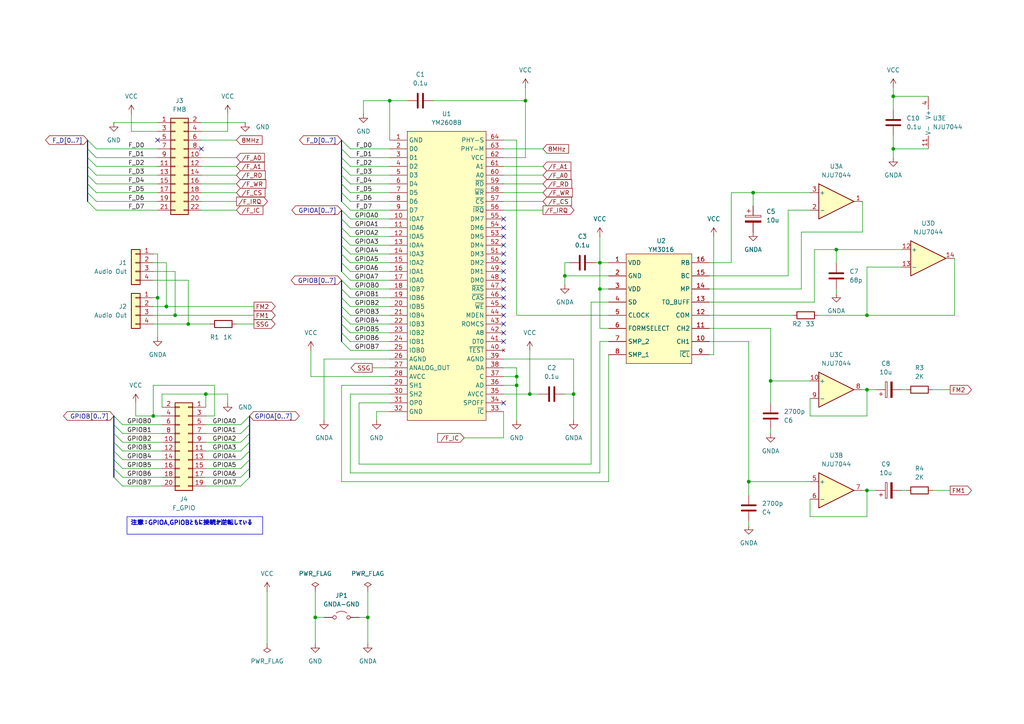
<source format=kicad_sch>
(kicad_sch (version 20231120) (generator "eeschema") (generator_version "8.0")
  (paper "A4")
  (title_block (title "YM2608 (OPNA) Board") (date "2024-10-13") (rev "2.0") (company "46nori"))
  (junction (at 106.68 179.07))
  (junction (at 149.86 111.76))
  (junction (at 173.99 76.2))
  (junction (at 44.45 120.65))
  (junction (at 50.8 91.44))
  (junction (at 153.67 114.3))
  (junction (at 173.99 83.82))
  (junction (at 251.46 91.44))
  (junction (at 152.4 29.21))
  (junction (at 45.72 86.36))
  (junction (at 242.57 72.39))
  (junction (at 91.44 179.07))
  (junction (at 163.83 80.01))
  (junction (at 259.08 27.94))
  (junction (at 218.44 55.88))
  (junction (at 113.03 29.21))
  (junction (at 217.17 139.7))
  (junction (at 259.08 43.18))
  (junction (at 223.52 110.49))
  (junction (at 251.46 113.03))
  (junction (at 251.46 142.24))
  (junction (at 48.26 88.9))
  (junction (at 149.86 109.22))
  (junction (at 166.37 114.3))
  (junction (at 54.61 93.98))
  (junction (at 59.69 114.3))
  (no_connect (at 146.05 81.28))
  (no_connect (at 146.05 91.44))
  (no_connect (at 146.05 116.84))
  (no_connect (at 146.05 66.04))
  (no_connect (at 146.05 73.66))
  (no_connect (at 45.72 40.64))
  (no_connect (at 146.05 83.82))
  (no_connect (at 146.05 93.98))
  (no_connect (at 146.05 96.52))
  (no_connect (at 58.42 43.18))
  (no_connect (at 146.05 76.2))
  (no_connect (at 146.05 86.36))
  (no_connect (at 146.05 78.74))
  (no_connect (at 146.05 68.58))
  (no_connect (at 146.05 63.5))
  (no_connect (at 146.05 88.9))
  (no_connect (at 146.05 99.06))
  (no_connect (at 146.05 71.12))
  (bus_entry (at 72.39 133.35) (size -2.54 2.54))
  (bus_entry (at 72.39 138.43) (size -2.54 2.54))
  (bus_entry (at 99.06 73.66) (size 2.54 2.54))
  (bus_entry (at 27.94 45.72) (size -2.54 -2.54))
  (bus_entry (at 99.06 99.06) (size 2.54 2.54))
  (bus_entry (at 99.06 66.04) (size 2.54 2.54))
  (bus_entry (at 99.06 83.82) (size 2.54 2.54))
  (bus_entry (at 72.39 135.89) (size -2.54 2.54))
  (bus_entry (at 33.02 130.81) (size 2.54 2.54))
  (bus_entry (at 33.02 123.19) (size 2.54 2.54))
  (bus_entry (at 99.06 55.88) (size 2.54 2.54))
  (bus_entry (at 33.02 135.89) (size 2.54 2.54))
  (bus_entry (at 33.02 128.27) (size 2.54 2.54))
  (bus_entry (at 99.06 63.5) (size 2.54 2.54))
  (bus_entry (at 99.06 40.64) (size 2.54 2.54))
  (bus_entry (at 72.39 123.19) (size -2.54 2.54))
  (bus_entry (at 99.06 48.26) (size 2.54 2.54))
  (bus_entry (at 99.06 78.74) (size 2.54 2.54))
  (bus_entry (at 27.94 50.8) (size -2.54 -2.54))
  (bus_entry (at 99.06 91.44) (size 2.54 2.54))
  (bus_entry (at 99.06 81.28) (size 2.54 2.54))
  (bus_entry (at 99.06 93.98) (size 2.54 2.54))
  (bus_entry (at 27.94 43.18) (size -2.54 -2.54))
  (bus_entry (at 33.02 120.65) (size 2.54 2.54))
  (bus_entry (at 27.94 48.26) (size -2.54 -2.54))
  (bus_entry (at 72.39 128.27) (size -2.54 2.54))
  (bus_entry (at 99.06 50.8) (size 2.54 2.54))
  (bus_entry (at 99.06 60.96) (size 2.54 2.54))
  (bus_entry (at 99.06 45.72) (size 2.54 2.54))
  (bus_entry (at 72.39 130.81) (size -2.54 2.54))
  (bus_entry (at 27.94 53.34) (size -2.54 -2.54))
  (bus_entry (at 27.94 60.96) (size -2.54 -2.54))
  (bus_entry (at 99.06 86.36) (size 2.54 2.54))
  (bus_entry (at 27.94 58.42) (size -2.54 -2.54))
  (bus_entry (at 33.02 138.43) (size 2.54 2.54))
  (bus_entry (at 99.06 68.58) (size 2.54 2.54))
  (bus_entry (at 27.94 55.88) (size -2.54 -2.54))
  (bus_entry (at 99.06 96.52) (size 2.54 2.54))
  (bus_entry (at 99.06 76.2) (size 2.54 2.54))
  (bus_entry (at 33.02 133.35) (size 2.54 2.54))
  (bus_entry (at 33.02 125.73) (size 2.54 2.54))
  (bus_entry (at 99.06 43.18) (size 2.54 2.54))
  (bus_entry (at 99.06 58.42) (size 2.54 2.54))
  (bus_entry (at 99.06 88.9) (size 2.54 2.54))
  (bus_entry (at 72.39 120.65) (size -2.54 2.54))
  (bus_entry (at 99.06 53.34) (size 2.54 2.54))
  (bus_entry (at 99.06 71.12) (size 2.54 2.54))
  (bus_entry (at 72.39 125.73) (size -2.54 2.54))
  (wire (pts (xy 173.99 99.06) (xy 173.99 137.16)))
  (bus (pts (xy 99.06 73.66) (xy 99.06 71.12)))
  (wire (pts (xy 101.6 93.98) (xy 113.03 93.98)))
  (bus (pts (xy 99.06 53.34) (xy 99.06 50.8)))
  (wire (pts (xy 45.72 38.1) (xy 38.1 38.1)))
  (wire (pts (xy 101.6 45.72) (xy 113.03 45.72)))
  (wire (pts (xy 91.44 179.07) (xy 91.44 186.69)))
  (wire (pts (xy 104.14 179.07) (xy 106.68 179.07)))
  (wire (pts (xy 27.94 43.18) (xy 45.72 43.18)))
  (wire (pts (xy 101.6 83.82) (xy 113.03 83.82)))
  (wire (pts (xy 58.42 45.72) (xy 68.58 45.72)))
  (wire (pts (xy 205.74 83.82) (xy 232.41 83.82)))
  (wire (pts (xy 62.23 120.65) (xy 62.23 111.76)))
  (wire (pts (xy 146.05 106.68) (xy 149.86 106.68)))
  (wire (pts (xy 93.98 104.14) (xy 113.03 104.14)))
  (bus (pts (xy 25.4 53.34) (xy 25.4 55.88)))
  (wire (pts (xy 101.6 48.26) (xy 113.03 48.26)))
  (wire (pts (xy 146.05 109.22) (xy 149.86 109.22)))
  (bus (pts (xy 33.02 123.19) (xy 33.02 120.65)))
  (bus (pts (xy 99.06 45.72) (xy 99.06 43.18)))
  (wire (pts (xy 106.68 171.45) (xy 106.68 179.07)))
  (wire (pts (xy 106.68 179.07) (xy 106.68 186.69)))
  (wire (pts (xy 105.41 29.21) (xy 113.03 29.21)))
  (wire (pts (xy 59.69 133.35) (xy 69.85 133.35)))
  (bus (pts (xy 72.39 130.81) (xy 72.39 128.27)))
  (bus (pts (xy 99.06 50.8) (xy 99.06 48.26)))
  (wire (pts (xy 207.01 102.87) (xy 205.74 102.87)))
  (wire (pts (xy 46.99 114.3) (xy 46.99 118.11)))
  (wire (pts (xy 44.45 91.44) (xy 50.8 91.44)))
  (wire (pts (xy 270.51 142.24) (xy 275.59 142.24)))
  (bus (pts (xy 33.02 130.81) (xy 33.02 128.27)))
  (wire (pts (xy 101.6 50.8) (xy 113.03 50.8)))
  (wire (pts (xy 58.42 35.56) (xy 71.12 35.56)))
  (wire (pts (xy 59.69 114.3) (xy 59.69 118.11)))
  (wire (pts (xy 173.99 76.2) (xy 176.53 76.2)))
  (bus (pts (xy 33.02 125.73) (xy 33.02 123.19)))
  (bus (pts (xy 72.39 128.27) (xy 72.39 125.73)))
  (wire (pts (xy 62.23 111.76) (xy 44.45 111.76)))
  (wire (pts (xy 44.45 111.76) (xy 44.45 120.65)))
  (wire (pts (xy 163.83 80.01) (xy 163.83 76.2)))
  (wire (pts (xy 59.69 128.27) (xy 69.85 128.27)))
  (wire (pts (xy 228.6 60.96) (xy 234.95 60.96)))
  (wire (pts (xy 66.04 114.3) (xy 59.69 114.3)))
  (wire (pts (xy 217.17 99.06) (xy 217.17 139.7)))
  (wire (pts (xy 58.42 50.8) (xy 68.58 50.8)))
  (bus (pts (xy 99.06 96.52) (xy 99.06 93.98)))
  (wire (pts (xy 223.52 110.49) (xy 234.95 110.49)))
  (bus (pts (xy 99.06 88.9) (xy 99.06 86.36)))
  (wire (pts (xy 101.6 60.96) (xy 113.03 60.96)))
  (wire (pts (xy 237.49 91.44) (xy 251.46 91.44)))
  (bus (pts (xy 99.06 86.36) (xy 99.06 83.82)))
  (wire (pts (xy 91.44 171.45) (xy 91.44 179.07)))
  (bus (pts (xy 25.4 48.26) (xy 25.4 50.8)))
  (wire (pts (xy 101.6 68.58) (xy 113.03 68.58)))
  (wire (pts (xy 101.6 81.28) (xy 113.03 81.28)))
  (wire (pts (xy 172.72 76.2) (xy 173.99 76.2)))
  (wire (pts (xy 35.56 140.97) (xy 46.99 140.97)))
  (wire (pts (xy 101.6 58.42) (xy 113.03 58.42)))
  (wire (pts (xy 205.74 99.06) (xy 217.17 99.06)))
  (bus (pts (xy 25.4 50.8) (xy 25.4 53.34)))
  (wire (pts (xy 35.56 128.27) (xy 46.99 128.27)))
  (wire (pts (xy 104.14 116.84) (xy 113.03 116.84)))
  (wire (pts (xy 27.94 58.42) (xy 45.72 58.42)))
  (wire (pts (xy 236.22 87.63) (xy 205.74 87.63)))
  (wire (pts (xy 146.05 45.72) (xy 152.4 45.72)))
  (wire (pts (xy 269.24 27.94) (xy 259.08 27.94)))
  (wire (pts (xy 259.08 25.4) (xy 259.08 27.94)))
  (wire (pts (xy 45.72 73.66) (xy 45.72 86.36)))
  (wire (pts (xy 251.46 149.86) (xy 234.95 149.86)))
  (bus (pts (xy 99.06 99.06) (xy 99.06 96.52)))
  (wire (pts (xy 205.74 95.25) (xy 223.52 95.25)))
  (wire (pts (xy 27.94 48.26) (xy 45.72 48.26)))
  (wire (pts (xy 101.6 55.88) (xy 113.03 55.88)))
  (wire (pts (xy 157.48 43.18) (xy 146.05 43.18)))
  (wire (pts (xy 44.45 78.74) (xy 50.8 78.74)))
  (wire (pts (xy 228.6 60.96) (xy 228.6 80.01)))
  (wire (pts (xy 146.05 111.76) (xy 149.86 111.76)))
  (wire (pts (xy 173.99 83.82) (xy 173.99 95.25)))
  (wire (pts (xy 101.6 73.66) (xy 113.03 73.66)))
  (wire (pts (xy 99.06 139.7) (xy 99.06 111.76)))
  (wire (pts (xy 251.46 77.47) (xy 251.46 91.44)))
  (wire (pts (xy 33.02 35.56) (xy 45.72 35.56)))
  (wire (pts (xy 101.6 43.18) (xy 113.03 43.18)))
  (bus (pts (xy 99.06 83.82) (xy 99.06 81.28)))
  (wire (pts (xy 44.45 93.98) (xy 54.61 93.98)))
  (wire (pts (xy 44.45 86.36) (xy 45.72 86.36)))
  (wire (pts (xy 212.09 55.88) (xy 218.44 55.88)))
  (wire (pts (xy 35.56 138.43) (xy 46.99 138.43)))
  (bus (pts (xy 99.06 91.44) (xy 99.06 88.9)))
  (wire (pts (xy 207.01 68.58) (xy 207.01 102.87)))
  (wire (pts (xy 109.22 121.92) (xy 109.22 119.38)))
  (wire (pts (xy 146.05 53.34) (xy 157.48 53.34)))
  (wire (pts (xy 149.86 91.44) (xy 176.53 91.44)))
  (wire (pts (xy 149.86 106.68) (xy 149.86 109.22)))
  (wire (pts (xy 44.45 81.28) (xy 54.61 81.28)))
  (wire (pts (xy 54.61 93.98) (xy 60.96 93.98)))
  (wire (pts (xy 27.94 53.34) (xy 45.72 53.34)))
  (wire (pts (xy 59.69 123.19) (xy 69.85 123.19)))
  (bus (pts (xy 99.06 58.42) (xy 99.06 55.88)))
  (wire (pts (xy 251.46 77.47) (xy 261.62 77.47)))
  (wire (pts (xy 77.47 171.45) (xy 77.47 186.69)))
  (wire (pts (xy 101.6 78.74) (xy 113.03 78.74)))
  (wire (pts (xy 149.86 111.76) (xy 149.86 121.92)))
  (bus (pts (xy 99.06 93.98) (xy 99.06 91.44)))
  (wire (pts (xy 152.4 29.21) (xy 152.4 45.72)))
  (wire (pts (xy 261.62 113.03) (xy 262.89 113.03)))
  (wire (pts (xy 39.37 120.65) (xy 44.45 120.65)))
  (wire (pts (xy 35.56 135.89) (xy 46.99 135.89)))
  (wire (pts (xy 251.46 91.44) (xy 276.86 91.44)))
  (wire (pts (xy 223.52 110.49) (xy 223.52 116.84)))
  (wire (pts (xy 234.95 120.65) (xy 251.46 120.65)))
  (wire (pts (xy 218.44 55.88) (xy 218.44 59.69)))
  (bus (pts (xy 25.4 45.72) (xy 25.4 48.26)))
  (wire (pts (xy 251.46 113.03) (xy 254 113.03)))
  (bus (pts (xy 33.02 135.89) (xy 33.02 133.35)))
  (wire (pts (xy 105.41 29.21) (xy 105.41 33.02)))
  (wire (pts (xy 270.51 113.03) (xy 275.59 113.03)))
  (bus (pts (xy 99.06 55.88) (xy 99.06 53.34)))
  (wire (pts (xy 205.74 76.2) (xy 212.09 76.2)))
  (wire (pts (xy 35.56 133.35) (xy 46.99 133.35)))
  (wire (pts (xy 250.19 142.24) (xy 251.46 142.24)))
  (wire (pts (xy 113.03 114.3) (xy 101.6 114.3)))
  (wire (pts (xy 59.69 135.89) (xy 69.85 135.89)))
  (wire (pts (xy 44.45 73.66) (xy 45.72 73.66)))
  (wire (pts (xy 50.8 78.74) (xy 50.8 91.44)))
  (wire (pts (xy 46.99 114.3) (xy 59.69 114.3)))
  (wire (pts (xy 73.66 93.98) (xy 68.58 93.98)))
  (wire (pts (xy 58.42 48.26) (xy 68.58 48.26)))
  (wire (pts (xy 236.22 72.39) (xy 242.57 72.39)))
  (wire (pts (xy 153.67 101.6) (xy 153.67 114.3)))
  (wire (pts (xy 146.05 50.8) (xy 157.48 50.8)))
  (wire (pts (xy 101.6 101.6) (xy 113.03 101.6)))
  (wire (pts (xy 59.69 120.65) (xy 62.23 120.65)))
  (wire (pts (xy 27.94 55.88) (xy 45.72 55.88)))
  (wire (pts (xy 205.74 80.01) (xy 228.6 80.01)))
  (wire (pts (xy 101.6 96.52) (xy 113.03 96.52)))
  (wire (pts (xy 66.04 116.84) (xy 66.04 114.3)))
  (wire (pts (xy 58.42 38.1) (xy 66.04 38.1)))
  (bus (pts (xy 33.02 138.43) (xy 33.02 135.89)))
  (bus (pts (xy 99.06 71.12) (xy 99.06 68.58)))
  (wire (pts (xy 44.45 76.2) (xy 48.26 76.2)))
  (wire (pts (xy 171.45 87.63) (xy 176.53 87.63)))
  (bus (pts (xy 99.06 76.2) (xy 99.06 73.66)))
  (wire (pts (xy 217.17 139.7) (xy 234.95 139.7)))
  (wire (pts (xy 101.6 137.16) (xy 173.99 137.16)))
  (wire (pts (xy 58.42 58.42) (xy 68.58 58.42)))
  (wire (pts (xy 59.69 138.43) (xy 69.85 138.43)))
  (wire (pts (xy 146.05 104.14) (xy 166.37 104.14)))
  (bus (pts (xy 99.06 66.04) (xy 99.06 63.5)))
  (wire (pts (xy 146.05 114.3) (xy 153.67 114.3)))
  (wire (pts (xy 48.26 76.2) (xy 48.26 88.9)))
  (bus (pts (xy 72.39 123.19) (xy 72.39 120.65)))
  (wire (pts (xy 242.57 72.39) (xy 242.57 76.2)))
  (wire (pts (xy 50.8 91.44) (xy 73.66 91.44)))
  (wire (pts (xy 113.03 29.21) (xy 118.11 29.21)))
  (wire (pts (xy 101.6 86.36) (xy 113.03 86.36)))
  (wire (pts (xy 146.05 55.88) (xy 157.48 55.88)))
  (wire (pts (xy 234.95 115.57) (xy 234.95 120.65)))
  (wire (pts (xy 223.52 125.73) (xy 223.52 124.46)))
  (wire (pts (xy 234.95 144.78) (xy 234.95 149.86)))
  (wire (pts (xy 44.45 120.65) (xy 46.99 120.65)))
  (wire (pts (xy 157.48 58.42) (xy 146.05 58.42)))
  (bus (pts (xy 25.4 55.88) (xy 25.4 58.42)))
  (wire (pts (xy 250.19 58.42) (xy 250.19 67.31)))
  (wire (pts (xy 205.74 91.44) (xy 229.87 91.44)))
  (wire (pts (xy 146.05 48.26) (xy 157.48 48.26)))
  (bus (pts (xy 25.4 43.18) (xy 25.4 45.72)))
  (wire (pts (xy 44.45 88.9) (xy 48.26 88.9)))
  (wire (pts (xy 146.05 60.96) (xy 157.48 60.96)))
  (bus (pts (xy 25.4 40.64) (xy 25.4 43.18)))
  (wire (pts (xy 176.53 95.25) (xy 173.99 95.25)))
  (wire (pts (xy 242.57 85.09) (xy 242.57 83.82)))
  (wire (pts (xy 68.58 40.64) (xy 58.42 40.64)))
  (bus (pts (xy 99.06 68.58) (xy 99.06 66.04)))
  (wire (pts (xy 251.46 142.24) (xy 254 142.24)))
  (wire (pts (xy 101.6 114.3) (xy 101.6 137.16)))
  (wire (pts (xy 251.46 120.65) (xy 251.46 113.03)))
  (wire (pts (xy 218.44 55.88) (xy 234.95 55.88)))
  (wire (pts (xy 101.6 76.2) (xy 113.03 76.2)))
  (wire (pts (xy 59.69 140.97) (xy 69.85 140.97)))
  (wire (pts (xy 90.17 109.22) (xy 113.03 109.22)))
  (bus (pts (xy 99.06 48.26) (xy 99.06 45.72)))
  (wire (pts (xy 259.08 27.94) (xy 259.08 31.75)))
  (bus (pts (xy 99.06 78.74) (xy 99.06 76.2)))
  (bus (pts (xy 72.39 138.43) (xy 72.39 135.89)))
  (bus (pts (xy 99.06 43.18) (xy 99.06 40.64)))
  (wire (pts (xy 173.99 83.82) (xy 173.99 76.2)))
  (wire (pts (xy 223.52 95.25) (xy 223.52 110.49)))
  (wire (pts (xy 59.69 130.81) (xy 69.85 130.81)))
  (wire (pts (xy 27.94 60.96) (xy 45.72 60.96)))
  (wire (pts (xy 134.62 127) (xy 146.05 127)))
  (wire (pts (xy 113.03 29.21) (xy 113.03 40.64)))
  (wire (pts (xy 176.53 99.06) (xy 173.99 99.06)))
  (wire (pts (xy 66.04 33.02) (xy 66.04 38.1)))
  (wire (pts (xy 217.17 152.4) (xy 217.17 151.13)))
  (wire (pts (xy 242.57 72.39) (xy 261.62 72.39)))
  (wire (pts (xy 176.53 80.01) (xy 163.83 80.01)))
  (wire (pts (xy 54.61 81.28) (xy 54.61 93.98)))
  (wire (pts (xy 146.05 127) (xy 146.05 119.38)))
  (wire (pts (xy 35.56 123.19) (xy 46.99 123.19)))
  (wire (pts (xy 176.53 102.87) (xy 176.53 139.7)))
  (wire (pts (xy 149.86 109.22) (xy 149.86 111.76)))
  (wire (pts (xy 101.6 63.5) (xy 113.03 63.5)))
  (bus (pts (xy 72.39 133.35) (xy 72.39 130.81)))
  (wire (pts (xy 261.62 142.24) (xy 262.89 142.24)))
  (wire (pts (xy 276.86 74.93) (xy 276.86 91.44)))
  (wire (pts (xy 101.6 71.12) (xy 113.03 71.12)))
  (wire (pts (xy 232.41 83.82) (xy 232.41 67.31)))
  (wire (pts (xy 27.94 45.72) (xy 45.72 45.72)))
  (wire (pts (xy 101.6 53.34) (xy 113.03 53.34)))
  (wire (pts (xy 250.19 113.03) (xy 251.46 113.03)))
  (wire (pts (xy 232.41 67.31) (xy 250.19 67.31)))
  (bus (pts (xy 72.39 135.89) (xy 72.39 133.35)))
  (wire (pts (xy 93.98 104.14) (xy 93.98 121.92)))
  (wire (pts (xy 59.69 125.73) (xy 69.85 125.73)))
  (wire (pts (xy 90.17 101.6) (xy 90.17 109.22)))
  (wire (pts (xy 125.73 29.21) (xy 152.4 29.21)))
  (wire (pts (xy 149.86 40.64) (xy 149.86 91.44)))
  (wire (pts (xy 166.37 114.3) (xy 166.37 104.14)))
  (wire (pts (xy 153.67 114.3) (xy 156.21 114.3)))
  (wire (pts (xy 104.14 134.62) (xy 104.14 116.84)))
  (wire (pts (xy 163.83 82.55) (xy 163.83 80.01)))
  (wire (pts (xy 99.06 111.76) (xy 113.03 111.76)))
  (wire (pts (xy 35.56 125.73) (xy 46.99 125.73)))
  (wire (pts (xy 259.08 39.37) (xy 259.08 43.18)))
  (wire (pts (xy 109.22 119.38) (xy 113.03 119.38)))
  (bus (pts (xy 33.02 133.35) (xy 33.02 130.81)))
  (wire (pts (xy 101.6 66.04) (xy 113.03 66.04)))
  (wire (pts (xy 166.37 121.92) (xy 166.37 114.3)))
  (wire (pts (xy 152.4 25.4) (xy 152.4 29.21)))
  (wire (pts (xy 27.94 50.8) (xy 45.72 50.8)))
  (wire (pts (xy 259.08 43.18) (xy 259.08 45.72)))
  (wire (pts (xy 173.99 83.82) (xy 176.53 83.82)))
  (wire (pts (xy 101.6 99.06) (xy 113.03 99.06)))
  (wire (pts (xy 48.26 88.9) (xy 73.66 88.9)))
  (wire (pts (xy 68.58 55.88) (xy 58.42 55.88)))
  (wire (pts (xy 107.95 106.68) (xy 113.03 106.68)))
  (bus (pts (xy 33.02 128.27) (xy 33.02 125.73)))
  (wire (pts (xy 173.99 68.58) (xy 173.99 76.2)))
  (bus (pts (xy 72.39 125.73) (xy 72.39 123.19)))
  (wire (pts (xy 101.6 88.9) (xy 113.03 88.9)))
  (wire (pts (xy 236.22 72.39) (xy 236.22 87.63)))
  (wire (pts (xy 99.06 139.7) (xy 176.53 139.7)))
  (wire (pts (xy 163.83 76.2) (xy 165.1 76.2)))
  (wire (pts (xy 58.42 53.34) (xy 68.58 53.34)))
  (wire (pts (xy 163.83 114.3) (xy 166.37 114.3)))
  (wire (pts (xy 68.58 60.96) (xy 58.42 60.96)))
  (wire (pts (xy 39.37 116.84) (xy 39.37 120.65)))
  (wire (pts (xy 212.09 55.88) (xy 212.09 76.2)))
  (wire (pts (xy 251.46 142.24) (xy 251.46 149.86)))
  (wire (pts (xy 269.24 43.18) (xy 259.08 43.18)))
  (wire (pts (xy 146.05 40.64) (xy 149.86 40.64)))
  (wire (pts (xy 45.72 86.36) (xy 45.72 97.79)))
  (wire (pts (xy 217.17 139.7) (xy 217.17 143.51)))
  (wire (pts (xy 104.14 134.62) (xy 171.45 134.62)))
  (wire (pts (xy 38.1 33.02) (xy 38.1 38.1)))
  (bus (pts (xy 99.06 63.5) (xy 99.06 60.96)))
  (wire (pts (xy 91.44 179.07) (xy 93.98 179.07)))
  (wire (pts (xy 171.45 134.62) (xy 171.45 87.63)))
  (wire (pts (xy 101.6 91.44) (xy 113.03 91.44)))
  (wire (pts (xy 35.56 130.81) (xy 46.99 130.81)))
  (text_box "注意：GPIOA,GPIOBともに接続が逆転している\n" (at 36.83 149.86 0) (size 39.37 5.08) (effects (font (size 1.27 1.27) (thickness 0.254) (bold yes)) (justify left top)))
  (label "F_D3" (at 107.95 50.8 180))
  (label "GPIOB1" (at 36.83 125.73 0))
  (label "GPIOA4" (at 68.58 133.35 180))
  (label "GPIOB5" (at 36.83 135.89 0))
  (label "GPIOB0" (at 102.87 83.82 0))
  (label "GPIOB1" (at 102.87 86.36 0))
  (label "GPIOA5" (at 102.87 76.2 0))
  (label "GPIOA1" (at 68.58 125.73 180))
  (label "F_D2" (at 41.91 48.26 180))
  (label "F_D4" (at 41.91 53.34 180))
  (label "F_D1" (at 107.95 45.72 180))
  (label "GPIOA2" (at 102.87 68.58 0))
  (label "GPIOA7" (at 102.87 81.28 0))
  (label "GPIOB0" (at 36.83 123.19 0))
  (label "GPIOA6" (at 102.87 78.74 0))
  (label "GPIOA4" (at 102.87 73.66 0))
  (label "GPIOA0" (at 102.87 63.5 0))
  (label "GPIOA7" (at 68.58 140.97 180))
  (label "GPIOA6" (at 68.58 138.43 180))
  (label "F_D6" (at 41.91 58.42 180))
  (label "F_D1" (at 41.91 45.72 180))
  (label "GPIOB7" (at 36.83 140.97 0))
  (label "GPIOA3" (at 102.87 71.12 0))
  (label "F_D2" (at 107.95 48.26 180))
  (label "F_D0" (at 41.91 43.18 180))
  (label "GPIOB2" (at 102.87 88.9 0))
  (label "GPIOB3" (at 36.83 130.81 0))
  (label "GPIOB4" (at 36.83 133.35 0))
  (label "GPIOB7" (at 102.87 101.6 0))
  (label "GPIOB2" (at 36.83 128.27 0))
  (label "F_D0" (at 107.95 43.18 180))
  (label "F_D5" (at 41.91 55.88 180))
  (label "GPIOA2" (at 68.58 128.27 180))
  (label "F_D7" (at 41.91 60.96 180))
  (label "GPIOB4" (at 102.87 93.98 0))
  (label "GPIOA3" (at 68.58 130.81 180))
  (label "GPIOA5" (at 68.58 135.89 180))
  (label "GPIOB3" (at 102.87 91.44 0))
  (label "GPIOB6" (at 36.83 138.43 0))
  (label "GPIOA0" (at 68.58 123.19 180))
  (label "GPIOB5" (at 102.87 96.52 0))
  (label "GPIOA1" (at 102.87 66.04 0))
  (label "F_D3" (at 41.91 50.8 180))
  (label "GPIOB6" (at 102.87 99.06 0))
  (label "F_D6" (at 107.95 58.42 180))
  (label "F_D7" (at 107.95 60.96 180))
  (label "F_D5" (at 107.95 55.88 180))
  (label "F_D4" (at 107.95 53.34 180))
  (global_label "FM1" (shape output) (at 275.59 142.24 0) (property "Intersheetrefs" "${INTERSHEET_REFS}" (effects (hide yes))))
  (global_label "SSG" (shape output) (at 73.66 93.98 0) (property "Intersheetrefs" "${INTERSHEET_REFS}" (effects (hide yes))))
  (global_label "GPIOB[0..7]" (shape bidirectional) (at 99.06 81.28 180) (property "Intersheetrefs" "${INTERSHEET_REFS}" (effects (hide yes))))
  (global_label "{slash}F_RD" (shape input) (at 68.58 50.8 0) (property "Intersheetrefs" "${INTERSHEET_REFS}" (effects (hide yes))))
  (global_label "8MHz" (shape input) (at 157.48 43.18 0) (property "Intersheetrefs" "${INTERSHEET_REFS}" (effects (hide yes))))
  (global_label "{slash}F_A1" (shape input) (at 157.48 48.26 0) (property "Intersheetrefs" "${INTERSHEET_REFS}" (effects (hide yes))))
  (global_label "SSG" (shape output) (at 107.95 106.68 180) (property "Intersheetrefs" "${INTERSHEET_REFS}" (effects (hide yes))))
  (global_label "{slash}F_A1" (shape input) (at 68.58 48.26 0) (property "Intersheetrefs" "${INTERSHEET_REFS}" (effects (hide yes))))
  (global_label "{slash}F_IRQ" (shape output) (at 157.48 60.96 0) (property "Intersheetrefs" "${INTERSHEET_REFS}" (effects (hide yes))))
  (global_label "FM2" (shape output) (at 275.59 113.03 0) (property "Intersheetrefs" "${INTERSHEET_REFS}" (effects (hide yes))))
  (global_label "8MHz" (shape input) (at 68.58 40.64 0) (property "Intersheetrefs" "${INTERSHEET_REFS}" (effects (hide yes))))
  (global_label "FM2" (shape output) (at 73.66 88.9 0) (property "Intersheetrefs" "${INTERSHEET_REFS}" (effects (hide yes))))
  (global_label "{slash}F_IRQ" (shape output) (at 68.58 58.42 0) (property "Intersheetrefs" "${INTERSHEET_REFS}" (effects (hide yes))))
  (global_label "{slash}F_IC" (shape input) (at 68.58 60.96 0) (property "Intersheetrefs" "${INTERSHEET_REFS}" (effects (hide yes))))
  (global_label "{slash}F_A0" (shape input) (at 157.48 50.8 0) (property "Intersheetrefs" "${INTERSHEET_REFS}" (effects (hide yes))))
  (global_label "{slash}F_IC" (shape input) (at 134.62 127 180) (property "Intersheetrefs" "${INTERSHEET_REFS}" (effects (hide yes))))
  (global_label "{slash}F_WR" (shape input) (at 68.58 53.34 0) (property "Intersheetrefs" "${INTERSHEET_REFS}" (effects (hide yes))))
  (global_label "{slash}F_WR" (shape input) (at 157.48 55.88 0) (property "Intersheetrefs" "${INTERSHEET_REFS}" (effects (hide yes))))
  (global_label "{slash}F_CS" (shape input) (at 68.58 55.88 0) (property "Intersheetrefs" "${INTERSHEET_REFS}" (effects (hide yes))))
  (global_label "{slash}F_A0" (shape input) (at 68.58 45.72 0) (property "Intersheetrefs" "${INTERSHEET_REFS}" (effects (hide yes))))
  (global_label "F_D[0..7]" (shape bidirectional) (at 99.06 40.64 180) (property "Intersheetrefs" "${INTERSHEET_REFS}" (effects (hide yes))))
  (global_label "F_D[0..7]" (shape bidirectional) (at 25.4 40.64 180) (property "Intersheetrefs" "${INTERSHEET_REFS}" (effects (hide yes))))
  (global_label "GPIOA[0..7]" (shape bidirectional) (at 99.06 60.96 180) (property "Intersheetrefs" "${INTERSHEET_REFS}" (effects (hide yes))))
  (global_label "FM1" (shape output) (at 73.66 91.44 0) (property "Intersheetrefs" "${INTERSHEET_REFS}" (effects (hide yes))))
  (global_label "{slash}F_CS" (shape input) (at 157.48 58.42 0) (property "Intersheetrefs" "${INTERSHEET_REFS}" (effects (hide yes))))
  (global_label "GPIOA[0..7]" (shape bidirectional) (at 72.39 120.65 0) (property "Intersheetrefs" "${INTERSHEET_REFS}" (effects (hide yes))))
  (global_label "GPIOB[0..7]" (shape bidirectional) (at 33.02 120.65 180) (property "Intersheetrefs" "${INTERSHEET_REFS}" (effects (hide yes))))
  (global_label "{slash}F_RD" (shape input) (at 157.48 53.34 0) (property "Intersheetrefs" "${INTERSHEET_REFS}" (effects (hide yes))))
  (symbol (lib_id "Device:C") (at 242.57 80.01 0) (unit 1)
    (property "Reference" "C7" (at 246.38 78.74 0) (effects (justify left)))
    (property "Value" "68p" (at 246.38 81.28 0) (effects (justify left)))
    (property "Footprint" "Capacitor_THT:C_Disc_D4.3mm_W1.9mm_P5.00mm" (effects (hide yes)))
  )
  (symbol (lib_name "GND_2") (lib_id "power:GND") (at 33.02 35.56 0) (unit 1)
    (property "Reference" "#PWR01" (effects (hide yes)))
    (property "Value" "GND" (at 33.02 40.64 0))
    (property "Description" "Power symbol creates a global label with name \"GND\" , ground" (effects (hide yes)))
  )
  (symbol (lib_name "GND_2") (lib_id "power:GND") (at 105.41 33.02 0) (unit 1)
    (property "Reference" "#PWR012" (effects (hide yes)))
    (property "Value" "GND" (at 105.41 38.1 0))
    (property "Description" "Power symbol creates a global label with name \"GND\" , ground" (effects (hide yes)))
  )
  (symbol (lib_id "Connector_Generic:Conn_02x10_Odd_Even") (at 54.61 128.27 0) (mirror y) (unit 1)
    (property "Reference" "J4" (at 53.34 144.78 0))
    (property "Value" "F_GPIO" (at 53.34 147.32 0))
    (property "Footprint" "Connector_PinSocket_2.54mm:PinSocket_2x10_P2.54mm_Vertical" (effects (hide yes)))
    (property "Description" "Generic connector, double row, 02x10, odd/even pin numbering scheme (row 1 odd numbers, row 2 even numbers), script generated (kicad-library-utils/schlib/autogen/connector/)" (effects (hide yes)))
  )
  (symbol (lib_id "Device:C") (at 121.92 29.21 90) (unit 1)
    (property "Reference" "C1" (at 121.92 21.59 90))
    (property "Value" "0.1u" (at 121.92 24.13 90))
    (property "Footprint" "Capacitor_THT:C_Disc_D4.3mm_W1.9mm_P5.00mm" (effects (hide yes)))
  )
  (symbol (lib_id "Device:R") (at 266.7 113.03 270) (mirror x) (unit 1)
    (property "Reference" "R3" (at 266.7 106.68 90))
    (property "Value" "2K" (at 266.7 109.22 90))
    (property "Footprint" "Resistor_THT:R_Axial_DIN0204_L3.6mm_D1.6mm_P7.62mm_Horizontal" (effects (hide yes)))
  )
  (symbol (lib_name "GND_2") (lib_id "power:GND") (at 109.22 121.92 0) (unit 1)
    (property "Reference" "#PWR014" (effects (hide yes)))
    (property "Value" "GND" (at 109.22 127 0))
    (property "Description" "Power symbol creates a global label with name \"GND\" , ground" (effects (hide yes)))
  )
  (symbol (lib_name "GNDA_6") (lib_id "power:GNDA") (at 217.17 152.4 0) (unit 1)
    (property "Reference" "#PWR022" (effects (hide yes)))
    (property "Value" "GNDA" (at 217.17 157.48 0))
    (property "Description" "Power symbol creates a global label with name \"GNDA\" , analog ground" (effects (hide yes)))
  )
  (symbol (lib_name "GNDA_5") (lib_id "power:GNDA") (at 223.52 125.73 0) (unit 1)
    (property "Reference" "#PWR024" (effects (hide yes)))
    (property "Value" "GNDA" (at 223.52 130.81 0))
    (property "Description" "Power symbol creates a global label with name \"GNDA\" , analog ground" (effects (hide yes)))
  )
  (symbol (lib_id "Device:C_Polarized") (at 257.81 142.24 90) (unit 1)
    (property "Reference" "C9" (at 256.921 134.62 90))
    (property "Value" "10u" (at 256.921 137.16 90))
    (property "Footprint" "Capacitor_THT:CP_Radial_D6.3mm_P2.50mm" (effects (hide yes)))
  )
  (symbol (lib_name "VCC_8") (lib_id "power:VCC") (at 77.47 171.45 0) (unit 1)
    (property "Reference" "#PWR08" (effects (hide yes)))
    (property "Value" "VCC" (at 77.47 166.37 0))
    (property "Description" "Power symbol creates a global label with name \"VCC\"" (effects (hide yes)))
  )
  (symbol (lib_name "VCC_2") (lib_id "power:VCC") (at 173.99 68.58 0) (unit 1)
    (property "Reference" "#PWR020" (effects (hide yes)))
    (property "Value" "VCC" (at 173.99 63.5 0))
    (property "Description" "Power symbol creates a global label with name \"VCC\"" (effects (hide yes)))
  )
  (symbol (lib_id "YAMAHA:YM2608") (at 129.54 77.47 0) (unit 1)
    (property "Reference" "U1" (at 129.54 33.02 0))
    (property "Value" "YM2608B" (at 129.54 35.56 0))
    (property "Footprint" "46nori:SDIP64" (effects (hide yes)))
  )
  (symbol (lib_id "power:PWR_FLAG") (at 91.44 171.45 0) (unit 1)
    (property "Reference" "#FLG02" (effects (hide yes)))
    (property "Value" "PWR_FLAG" (at 91.44 166.37 0))
    (property "Description" "Special symbol for telling ERC where power comes from" (effects (hide yes)))
  )
  (symbol (lib_id "Amplifier_Operational:TL074") (at 242.57 58.42 0) (unit 1)
    (property "Reference" "U3" (at 242.57 48.26 0))
    (property "Value" "NJU7044" (at 242.57 50.8 0))
    (property "Footprint" "Package_DIP:DIP-14_W7.62mm_Socket" (effects (hide yes)))
    (property "Datasheet" "http://www.ti.com/lit/ds/symlink/tl071.pdf" (effects (hide yes)))
    (property "Description" "Quad Low-Noise JFET-Input Operational Amplifiers, DIP-14/SOIC-14" (effects (hide yes)))
  )
  (symbol (lib_id "power:GNDA") (at 45.72 97.79 0) (unit 1)
    (property "Reference" "#PWR04" (effects (hide yes)))
    (property "Value" "GNDA" (at 45.72 102.87 0))
    (property "Description" "Power symbol creates a global label with name \"GNDA\" , analog ground" (effects (hide yes)))
  )
  (symbol (lib_id "Amplifier_Operational:TL074") (at 271.78 35.56 0) (unit 5)
    (property "Reference" "U3" (at 270.51 34.2899 0) (effects (justify left)))
    (property "Value" "NJU7044" (at 270.51 36.8299 0) (effects (justify left)))
    (property "Footprint" "Package_DIP:DIP-14_W7.62mm_Socket" (effects (hide yes)))
    (property "Datasheet" "http://www.ti.com/lit/ds/symlink/tl071.pdf" (effects (hide yes)))
    (property "Description" "Quad Low-Noise JFET-Input Operational Amplifiers, DIP-14/SOIC-14" (effects (hide yes)))
  )
  (symbol (lib_id "Jumper:Jumper_2_Open") (at 99.06 179.07 0) (unit 1) (exclude_from_sim yes)
    (property "Reference" "JP1" (at 99.06 172.72 0))
    (property "Value" "GNDA-GND" (at 99.06 175.26 0))
    (property "Footprint" "Connector_PinHeader_2.54mm:PinHeader_1x02_P2.54mm_Vertical" (effects (hide yes)))
    (property "Description" "Jumper, 2-pole, open" (effects (hide yes)))
  )
  (symbol (lib_name "VCC_9") (lib_id "power:VCC") (at 259.08 25.4 0) (unit 1)
    (property "Reference" "#PWR026" (effects (hide yes)))
    (property "Value" "VCC" (at 259.08 20.32 0))
    (property "Description" "Power symbol creates a global label with name \"VCC\"" (effects (hide yes)))
  )
  (symbol (lib_name "GND_2") (lib_id "power:GND") (at 149.86 121.92 0) (unit 1)
    (property "Reference" "#PWR015" (effects (hide yes)))
    (property "Value" "GND" (at 149.86 127 0))
    (property "Description" "Power symbol creates a global label with name \"GND\" , ground" (effects (hide yes)))
  )
  (symbol (lib_id "power:GNDA") (at 93.98 121.92 0) (unit 1)
    (property "Reference" "#PWR011" (effects (hide yes)))
    (property "Value" "GNDA" (at 93.98 127 0))
    (property "Description" "Power symbol creates a global label with name \"GNDA\" , analog ground" (effects (hide yes)))
  )
  (symbol (lib_name "GNDA_2") (lib_id "power:GNDA") (at 218.44 67.31 0) (unit 1)
    (property "Reference" "#PWR023" (effects (hide yes)))
    (property "Value" "GNDA" (at 218.44 72.39 0))
    (property "Description" "Power symbol creates a global label with name \"GNDA\" , analog ground" (effects (hide yes)))
  )
  (symbol (lib_id "Device:C") (at 160.02 114.3 270) (mirror x) (unit 1)
    (property "Reference" "C2" (at 160.02 106.68 90))
    (property "Value" "0.1u" (at 160.02 109.22 90))
    (property "Footprint" "Capacitor_THT:C_Disc_D4.3mm_W1.9mm_P5.00mm" (effects (hide yes)))
  )
  (symbol (lib_id "power:PWR_FLAG") (at 77.47 186.69 0) (mirror x) (unit 1)
    (property "Reference" "#FLG01" (effects (hide yes)))
    (property "Value" "PWR_FLAG" (at 77.47 191.77 0))
    (property "Description" "Special symbol for telling ERC where power comes from" (effects (hide yes)))
  )
  (symbol (lib_name "VCC_4") (lib_id "power:VCC") (at 90.17 101.6 0) (unit 1)
    (property "Reference" "#PWR09" (effects (hide yes)))
    (property "Value" "VCC" (at 90.17 96.52 0))
    (property "Description" "Power symbol creates a global label with name \"VCC\"" (effects (hide yes)))
  )
  (symbol (lib_name "GNDA_1") (lib_id "power:GNDA") (at 106.68 186.69 0) (unit 1)
    (property "Reference" "#PWR013" (effects (hide yes)))
    (property "Value" "GNDA" (at 106.68 191.77 0))
    (property "Description" "Power symbol creates a global label with name \"GNDA\" , analog ground" (effects (hide yes)))
  )
  (symbol (lib_name "GNDA_4") (lib_id "power:GNDA") (at 259.08 45.72 0) (unit 1)
    (property "Reference" "#PWR027" (effects (hide yes)))
    (property "Value" "GNDA" (at 259.08 50.8 0))
    (property "Description" "Power symbol creates a global label with name \"GNDA\" , analog ground" (effects (hide yes)))
  )
  (symbol (lib_name "GND_1") (lib_id "power:GND") (at 71.12 35.56 0) (unit 1)
    (property "Reference" "#PWR07" (effects (hide yes)))
    (property "Value" "GND" (at 76.2 36.83 0))
    (property "Description" "Power symbol creates a global label with name \"GND\" , ground" (effects (hide yes)))
  )
  (symbol (lib_id "Device:C") (at 168.91 76.2 90) (unit 1)
    (property "Reference" "C3" (at 168.91 68.58 90))
    (property "Value" "0.1u" (at 168.91 71.12 90))
    (property "Footprint" "Capacitor_THT:C_Disc_D4.3mm_W1.9mm_P5.00mm" (effects (hide yes)))
  )
  (symbol (lib_id "Device:R") (at 64.77 93.98 90) (unit 1)
    (property "Reference" "R1" (at 62.23 97.79 90))
    (property "Value" "1K" (at 66.04 97.79 90))
    (property "Footprint" "Resistor_THT:R_Axial_DIN0204_L3.6mm_D1.6mm_P7.62mm_Horizontal" (effects (hide yes)))
  )
  (symbol (lib_id "Amplifier_Operational:TL074") (at 242.57 113.03 0) (unit 3)
    (property "Reference" "U3" (at 242.57 102.87 0))
    (property "Value" "NJU7044" (at 242.57 105.41 0))
    (property "Footprint" "Package_DIP:DIP-14_W7.62mm_Socket" (effects (hide yes)))
    (property "Datasheet" "http://www.ti.com/lit/ds/symlink/tl071.pdf" (effects (hide yes)))
    (property "Description" "Quad Low-Noise JFET-Input Operational Amplifiers, DIP-14/SOIC-14" (effects (hide yes)))
  )
  (symbol (lib_id "YAMAHA:YM3016") (at 191.77 90.17 0) (unit 1)
    (property "Reference" "U2" (at 191.77 69.85 0))
    (property "Value" "YM3016" (at 191.77 72.39 0))
    (property "Footprint" "Package_DIP:DIP-16_W7.62mm_Socket" (effects (hide yes)))
  )
  (symbol (lib_id "power:PWR_FLAG") (at 106.68 171.45 0) (unit 1)
    (property "Reference" "#FLG03" (effects (hide yes)))
    (property "Value" "PWR_FLAG" (at 106.68 166.37 0))
    (property "Description" "Special symbol for telling ERC where power comes from" (effects (hide yes)))
  )
  (symbol (lib_id "Device:C_Polarized") (at 218.44 63.5 0) (unit 1)
    (property "Reference" "C5" (at 222.25 61.341 0) (effects (justify left)))
    (property "Value" "10u" (at 222.25 63.881 0) (effects (justify left)))
    (property "Footprint" "Capacitor_THT:CP_Radial_D6.3mm_P2.50mm" (effects (hide yes)))
  )
  (symbol (lib_id "Device:C") (at 223.52 120.65 0) (mirror x) (unit 1)
    (property "Reference" "C6" (at 227.33 121.92 0) (effects (justify left)))
    (property "Value" "2700p" (at 227.33 119.38 0) (effects (justify left)))
    (property "Footprint" "Capacitor_THT:C_Disc_D4.3mm_W1.9mm_P5.00mm" (effects (hide yes)))
  )
  (symbol (lib_name "VCC_7") (lib_id "power:VCC") (at 38.1 33.02 0) (unit 1)
    (property "Reference" "#PWR02" (effects (hide yes)))
    (property "Value" "VCC" (at 38.1 27.94 0))
    (property "Description" "Power symbol creates a global label with name \"VCC\"" (effects (hide yes)))
  )
  (symbol (lib_name "GNDA_3") (lib_id "power:GNDA") (at 242.57 85.09 0) (unit 1)
    (property "Reference" "#PWR025" (effects (hide yes)))
    (property "Value" "GNDA" (at 242.57 90.17 0))
    (property "Description" "Power symbol creates a global label with name \"GNDA\" , analog ground" (effects (hide yes)))
  )
  (symbol (lib_id "Amplifier_Operational:TL074") (at 269.24 74.93 0) (unit 4)
    (property "Reference" "U3" (at 269.24 64.77 0))
    (property "Value" "NJU7044" (at 269.24 67.31 0))
    (property "Footprint" "Package_DIP:DIP-14_W7.62mm_Socket" (effects (hide yes)))
    (property "Datasheet" "http://www.ti.com/lit/ds/symlink/tl071.pdf" (effects (hide yes)))
    (property "Description" "Quad Low-Noise JFET-Input Operational Amplifiers, DIP-14/SOIC-14" (effects (hide yes)))
  )
  (symbol (lib_id "Device:C") (at 259.08 35.56 0) (unit 1)
    (property "Reference" "C10" (at 262.89 34.29 0) (effects (justify left)))
    (property "Value" "0.1u" (at 262.89 36.83 0) (effects (justify left)))
    (property "Footprint" "Capacitor_THT:C_Disc_D4.3mm_W1.9mm_P5.00mm" (effects (hide yes)))
  )
  (symbol (lib_name "GNDA_7") (lib_id "power:GNDA") (at 163.83 82.55 0) (unit 1)
    (property "Reference" "#PWR018" (effects (hide yes)))
    (property "Value" "GNDA" (at 163.83 87.63 0))
    (property "Description" "Power symbol creates a global label with name \"GNDA\" , analog ground" (effects (hide yes)))
  )
  (symbol (lib_name "VCC_8") (lib_id "power:VCC") (at 39.37 116.84 0) (unit 1)
    (property "Reference" "#PWR03" (effects (hide yes)))
    (property "Value" "VCC" (at 39.37 111.76 0))
    (property "Description" "Power symbol creates a global label with name \"VCC\"" (effects (hide yes)))
  )
  (symbol (lib_id "Device:R") (at 233.68 91.44 270) (mirror x) (unit 1)
    (property "Reference" "R2" (at 231.14 93.98 90))
    (property "Value" "33" (at 234.95 93.98 90))
    (property "Footprint" "Resistor_THT:R_Axial_DIN0204_L3.6mm_D1.6mm_P7.62mm_Horizontal" (effects (hide yes)))
  )
  (symbol (lib_name "GND_2") (lib_id "power:GND") (at 66.04 116.84 0) (unit 1)
    (property "Reference" "#PWR06" (effects (hide yes)))
    (property "Value" "GND" (at 71.12 118.11 0))
    (property "Description" "Power symbol creates a global label with name \"GND\" , ground" (effects (hide yes)))
  )
  (symbol (lib_id "Connector_Generic:Conn_01x04") (at 39.37 88.9 0) (mirror y) (unit 1)
    (property "Reference" "J2" (at 36.83 88.9 0) (effects (justify left)))
    (property "Value" "Audio Out" (at 36.83 91.44 0) (effects (justify left)))
    (property "Footprint" "Connector_PinHeader_2.54mm:PinHeader_1x04_P2.54mm_Horizontal" (effects (hide yes)))
  )
  (symbol (lib_id "Connector_Generic:Conn_01x04") (at 39.37 76.2 0) (mirror y) (unit 1)
    (property "Reference" "J1" (at 36.83 76.2 0) (effects (justify left)))
    (property "Value" "Audio Out" (at 36.83 78.74 0) (effects (justify left)))
    (property "Footprint" "Connector_JST:JST_PH_B4B-PH-K_1x04_P2.00mm_Vertical" (effects (hide yes)))
  )
  (symbol (lib_name "VCC_3") (lib_id "power:VCC") (at 153.67 101.6 0) (unit 1)
    (property "Reference" "#PWR017" (effects (hide yes)))
    (property "Value" "VCC" (at 153.67 96.52 0))
    (property "Description" "Power symbol creates a global label with name \"VCC\"" (effects (hide yes)))
  )
  (symbol (lib_id "Amplifier_Operational:TL074") (at 242.57 142.24 0) (unit 2)
    (property "Reference" "U3" (at 242.57 132.08 0))
    (property "Value" "NJU7044" (at 242.57 134.62 0))
    (property "Footprint" "Package_DIP:DIP-14_W7.62mm_Socket" (effects (hide yes)))
    (property "Datasheet" "http://www.ti.com/lit/ds/symlink/tl071.pdf" (effects (hide yes)))
    (property "Description" "Quad Low-Noise JFET-Input Operational Amplifiers, DIP-14/SOIC-14" (effects (hide yes)))
  )
  (symbol (lib_name "GND_2") (lib_id "power:GND") (at 91.44 186.69 0) (unit 1)
    (property "Reference" "#PWR010" (effects (hide yes)))
    (property "Value" "GND" (at 91.44 191.77 0))
    (property "Description" "Power symbol creates a global label with name \"GND\" , ground" (effects (hide yes)))
  )
  (symbol (lib_id "power:GNDA") (at 166.37 121.92 0) (unit 1)
    (property "Reference" "#PWR019" (effects (hide yes)))
    (property "Value" "GNDA" (at 166.37 127 0))
    (property "Description" "Power symbol creates a global label with name \"GNDA\" , analog ground" (effects (hide yes)))
  )
  (symbol (lib_name "VCC_1") (lib_id "power:VCC") (at 207.01 68.58 0) (unit 1)
    (property "Reference" "#PWR021" (effects (hide yes)))
    (property "Value" "VCC" (at 207.01 63.5 0))
    (property "Description" "Power symbol creates a global label with name \"VCC\"" (effects (hide yes)))
  )
  (symbol (lib_id "Device:C") (at 217.17 147.32 0) (mirror x) (unit 1)
    (property "Reference" "C4" (at 220.98 148.59 0) (effects (justify left)))
    (property "Value" "2700p" (at 220.98 146.05 0) (effects (justify left)))
    (property "Footprint" "Capacitor_THT:C_Disc_D4.3mm_W1.9mm_P5.00mm" (effects (hide yes)))
  )
  (symbol (lib_name "VCC_5") (lib_id "power:VCC") (at 152.4 25.4 0) (unit 1)
    (property "Reference" "#PWR016" (effects (hide yes)))
    (property "Value" "VCC" (at 152.4 20.32 0))
    (property "Description" "Power symbol creates a global label with name \"VCC\"" (effects (hide yes)))
  )
  (symbol (lib_id "Connector_Generic:Conn_02x11_Odd_Even") (at 50.8 48.26 0) (unit 1)
    (property "Reference" "J3" (at 52.07 29.21 0))
    (property "Value" "FMB" (at 52.07 31.75 0))
    (property "Footprint" "Connector_PinHeader_2.54mm:PinHeader_2x11_P2.54mm_Horizontal" (effects (hide yes)))
  )
  (symbol (lib_id "Device:R") (at 266.7 142.24 270) (mirror x) (unit 1)
    (property "Reference" "R4" (at 266.7 135.89 90))
    (property "Value" "2K" (at 266.7 138.43 90))
    (property "Footprint" "Resistor_THT:R_Axial_DIN0204_L3.6mm_D1.6mm_P7.62mm_Horizontal" (effects (hide yes)))
  )
  (symbol (lib_name "VCC_6") (lib_id "power:VCC") (at 66.04 33.02 0) (unit 1)
    (property "Reference" "#PWR05" (effects (hide yes)))
    (property "Value" "VCC" (at 66.04 27.94 0))
    (property "Description" "Power symbol creates a global label with name \"VCC\"" (effects (hide yes)))
  )
  (symbol (lib_id "Device:C_Polarized") (at 257.81 113.03 90) (unit 1)
    (property "Reference" "C8" (at 256.921 105.41 90))
    (property "Value" "10u" (at 256.921 107.95 90))
    (property "Footprint" "Capacitor_THT:CP_Radial_D6.3mm_P2.50mm" (effects (hide yes)))
  )
)
</source>
